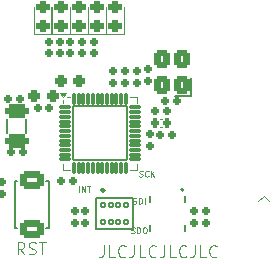
<source format=gbr>
%TF.GenerationSoftware,KiCad,Pcbnew,9.0.3-9.0.3-0~ubuntu24.04.1*%
%TF.CreationDate,2025-07-11T01:45:30-04:00*%
%TF.ProjectId,tire_sensor,74697265-5f73-4656-9e73-6f722e6b6963,rev?*%
%TF.SameCoordinates,Original*%
%TF.FileFunction,Legend,Top*%
%TF.FilePolarity,Positive*%
%FSLAX46Y46*%
G04 Gerber Fmt 4.6, Leading zero omitted, Abs format (unit mm)*
G04 Created by KiCad (PCBNEW 9.0.3-9.0.3-0~ubuntu24.04.1) date 2025-07-11 01:45:30*
%MOMM*%
%LPD*%
G01*
G04 APERTURE LIST*
G04 Aperture macros list*
%AMRoundRect*
0 Rectangle with rounded corners*
0 $1 Rounding radius*
0 $2 $3 $4 $5 $6 $7 $8 $9 X,Y pos of 4 corners*
0 Add a 4 corners polygon primitive as box body*
4,1,4,$2,$3,$4,$5,$6,$7,$8,$9,$2,$3,0*
0 Add four circle primitives for the rounded corners*
1,1,$1+$1,$2,$3*
1,1,$1+$1,$4,$5*
1,1,$1+$1,$6,$7*
1,1,$1+$1,$8,$9*
0 Add four rect primitives between the rounded corners*
20,1,$1+$1,$2,$3,$4,$5,0*
20,1,$1+$1,$4,$5,$6,$7,0*
20,1,$1+$1,$6,$7,$8,$9,0*
20,1,$1+$1,$8,$9,$2,$3,0*%
G04 Aperture macros list end*
%ADD10C,0.100000*%
%ADD11C,0.127000*%
%ADD12C,0.120000*%
%ADD13C,0.150000*%
%ADD14C,0.200000*%
%ADD15C,0.250000*%
%ADD16C,0.010000*%
%ADD17RoundRect,0.287778X-0.714222X0.489222X-0.714222X-0.489222X0.714222X-0.489222X0.714222X0.489222X0*%
%ADD18RoundRect,0.159000X-0.189000X0.159000X-0.189000X-0.159000X0.189000X-0.159000X0.189000X0.159000X0*%
%ADD19RoundRect,0.256850X0.294350X-0.256850X0.294350X0.256850X-0.294350X0.256850X-0.294350X-0.256850X0*%
%ADD20RoundRect,0.159000X0.189000X-0.159000X0.189000X0.159000X-0.189000X0.159000X-0.189000X-0.159000X0*%
%ADD21RoundRect,0.288100X0.688100X0.288100X-0.688100X0.288100X-0.688100X-0.288100X0.688100X-0.288100X0*%
%ADD22RoundRect,0.178100X0.178100X0.208100X-0.178100X0.208100X-0.178100X-0.208100X0.178100X-0.208100X0*%
%ADD23RoundRect,0.076200X-2.300000X-2.300000X2.300000X-2.300000X2.300000X2.300000X-2.300000X2.300000X0*%
%ADD24RoundRect,0.088100X-0.088100X-0.388100X0.088100X-0.388100X0.088100X0.388100X-0.088100X0.388100X0*%
%ADD25RoundRect,0.088100X-0.388100X-0.088100X0.388100X-0.088100X0.388100X0.088100X-0.388100X0.088100X0*%
%ADD26RoundRect,0.244000X0.244000X0.269000X-0.244000X0.269000X-0.244000X-0.269000X0.244000X-0.269000X0*%
%ADD27RoundRect,0.159000X-0.159000X-0.189000X0.159000X-0.189000X0.159000X0.189000X-0.159000X0.189000X0*%
%ADD28RoundRect,0.159000X0.159000X0.189000X-0.159000X0.189000X-0.159000X-0.189000X0.159000X-0.189000X0*%
%ADD29RoundRect,0.269000X0.494000X-0.269000X0.494000X0.269000X-0.494000X0.269000X-0.494000X-0.269000X0*%
%ADD30RoundRect,0.101600X-0.175000X-0.175000X0.175000X-0.175000X0.175000X0.175000X-0.175000X0.175000X0*%
%ADD31C,1.143000*%
%ADD32C,0.939800*%
%ADD33RoundRect,0.281750X0.394450X-0.494450X0.394450X0.494450X-0.394450X0.494450X-0.394450X-0.494450X0*%
G04 APERTURE END LIST*
D10*
X74125312Y50377581D02*
X73791979Y50853772D01*
X73553884Y50377581D02*
X73553884Y51377581D01*
X73553884Y51377581D02*
X73934836Y51377581D01*
X73934836Y51377581D02*
X74030074Y51329962D01*
X74030074Y51329962D02*
X74077693Y51282343D01*
X74077693Y51282343D02*
X74125312Y51187105D01*
X74125312Y51187105D02*
X74125312Y51044248D01*
X74125312Y51044248D02*
X74077693Y50949010D01*
X74077693Y50949010D02*
X74030074Y50901391D01*
X74030074Y50901391D02*
X73934836Y50853772D01*
X73934836Y50853772D02*
X73553884Y50853772D01*
X74506265Y50425200D02*
X74649122Y50377581D01*
X74649122Y50377581D02*
X74887217Y50377581D01*
X74887217Y50377581D02*
X74982455Y50425200D01*
X74982455Y50425200D02*
X75030074Y50472820D01*
X75030074Y50472820D02*
X75077693Y50568058D01*
X75077693Y50568058D02*
X75077693Y50663296D01*
X75077693Y50663296D02*
X75030074Y50758534D01*
X75030074Y50758534D02*
X74982455Y50806153D01*
X74982455Y50806153D02*
X74887217Y50853772D01*
X74887217Y50853772D02*
X74696741Y50901391D01*
X74696741Y50901391D02*
X74601503Y50949010D01*
X74601503Y50949010D02*
X74553884Y50996629D01*
X74553884Y50996629D02*
X74506265Y51091867D01*
X74506265Y51091867D02*
X74506265Y51187105D01*
X74506265Y51187105D02*
X74553884Y51282343D01*
X74553884Y51282343D02*
X74601503Y51329962D01*
X74601503Y51329962D02*
X74696741Y51377581D01*
X74696741Y51377581D02*
X74934836Y51377581D01*
X74934836Y51377581D02*
X75077693Y51329962D01*
X75363408Y51377581D02*
X75934836Y51377581D01*
X75649122Y50377581D02*
X75649122Y51377581D01*
X83175238Y52170200D02*
X83246666Y52146391D01*
X83246666Y52146391D02*
X83365714Y52146391D01*
X83365714Y52146391D02*
X83413333Y52170200D01*
X83413333Y52170200D02*
X83437142Y52194010D01*
X83437142Y52194010D02*
X83460952Y52241629D01*
X83460952Y52241629D02*
X83460952Y52289248D01*
X83460952Y52289248D02*
X83437142Y52336867D01*
X83437142Y52336867D02*
X83413333Y52360677D01*
X83413333Y52360677D02*
X83365714Y52384486D01*
X83365714Y52384486D02*
X83270476Y52408296D01*
X83270476Y52408296D02*
X83222857Y52432105D01*
X83222857Y52432105D02*
X83199047Y52455915D01*
X83199047Y52455915D02*
X83175238Y52503534D01*
X83175238Y52503534D02*
X83175238Y52551153D01*
X83175238Y52551153D02*
X83199047Y52598772D01*
X83199047Y52598772D02*
X83222857Y52622581D01*
X83222857Y52622581D02*
X83270476Y52646391D01*
X83270476Y52646391D02*
X83389523Y52646391D01*
X83389523Y52646391D02*
X83460952Y52622581D01*
X83675237Y52146391D02*
X83675237Y52646391D01*
X83675237Y52646391D02*
X83794285Y52646391D01*
X83794285Y52646391D02*
X83865713Y52622581D01*
X83865713Y52622581D02*
X83913332Y52574962D01*
X83913332Y52574962D02*
X83937142Y52527343D01*
X83937142Y52527343D02*
X83960951Y52432105D01*
X83960951Y52432105D02*
X83960951Y52360677D01*
X83960951Y52360677D02*
X83937142Y52265439D01*
X83937142Y52265439D02*
X83913332Y52217820D01*
X83913332Y52217820D02*
X83865713Y52170200D01*
X83865713Y52170200D02*
X83794285Y52146391D01*
X83794285Y52146391D02*
X83675237Y52146391D01*
X84270475Y52646391D02*
X84365713Y52646391D01*
X84365713Y52646391D02*
X84413332Y52622581D01*
X84413332Y52622581D02*
X84460951Y52574962D01*
X84460951Y52574962D02*
X84484761Y52479724D01*
X84484761Y52479724D02*
X84484761Y52313058D01*
X84484761Y52313058D02*
X84460951Y52217820D01*
X84460951Y52217820D02*
X84413332Y52170200D01*
X84413332Y52170200D02*
X84365713Y52146391D01*
X84365713Y52146391D02*
X84270475Y52146391D01*
X84270475Y52146391D02*
X84222856Y52170200D01*
X84222856Y52170200D02*
X84175237Y52217820D01*
X84175237Y52217820D02*
X84151428Y52313058D01*
X84151428Y52313058D02*
X84151428Y52479724D01*
X84151428Y52479724D02*
X84175237Y52574962D01*
X84175237Y52574962D02*
X84222856Y52622581D01*
X84222856Y52622581D02*
X84270475Y52646391D01*
X78747619Y55646391D02*
X78747619Y56146391D01*
X78985714Y55646391D02*
X78985714Y56146391D01*
X78985714Y56146391D02*
X79271428Y55646391D01*
X79271428Y55646391D02*
X79271428Y56146391D01*
X79438096Y56146391D02*
X79723810Y56146391D01*
X79580953Y55646391D02*
X79580953Y56146391D01*
X83857143Y56970200D02*
X83928571Y56946391D01*
X83928571Y56946391D02*
X84047619Y56946391D01*
X84047619Y56946391D02*
X84095238Y56970200D01*
X84095238Y56970200D02*
X84119047Y56994010D01*
X84119047Y56994010D02*
X84142857Y57041629D01*
X84142857Y57041629D02*
X84142857Y57089248D01*
X84142857Y57089248D02*
X84119047Y57136867D01*
X84119047Y57136867D02*
X84095238Y57160677D01*
X84095238Y57160677D02*
X84047619Y57184486D01*
X84047619Y57184486D02*
X83952381Y57208296D01*
X83952381Y57208296D02*
X83904762Y57232105D01*
X83904762Y57232105D02*
X83880952Y57255915D01*
X83880952Y57255915D02*
X83857143Y57303534D01*
X83857143Y57303534D02*
X83857143Y57351153D01*
X83857143Y57351153D02*
X83880952Y57398772D01*
X83880952Y57398772D02*
X83904762Y57422581D01*
X83904762Y57422581D02*
X83952381Y57446391D01*
X83952381Y57446391D02*
X84071428Y57446391D01*
X84071428Y57446391D02*
X84142857Y57422581D01*
X84642856Y56994010D02*
X84619047Y56970200D01*
X84619047Y56970200D02*
X84547618Y56946391D01*
X84547618Y56946391D02*
X84499999Y56946391D01*
X84499999Y56946391D02*
X84428571Y56970200D01*
X84428571Y56970200D02*
X84380952Y57017820D01*
X84380952Y57017820D02*
X84357142Y57065439D01*
X84357142Y57065439D02*
X84333333Y57160677D01*
X84333333Y57160677D02*
X84333333Y57232105D01*
X84333333Y57232105D02*
X84357142Y57327343D01*
X84357142Y57327343D02*
X84380952Y57374962D01*
X84380952Y57374962D02*
X84428571Y57422581D01*
X84428571Y57422581D02*
X84499999Y57446391D01*
X84499999Y57446391D02*
X84547618Y57446391D01*
X84547618Y57446391D02*
X84619047Y57422581D01*
X84619047Y57422581D02*
X84642856Y57398772D01*
X84857142Y56946391D02*
X84857142Y57446391D01*
X85142856Y56946391D02*
X84928571Y57232105D01*
X85142856Y57446391D02*
X84857142Y57160677D01*
X83318096Y54670200D02*
X83389524Y54646391D01*
X83389524Y54646391D02*
X83508572Y54646391D01*
X83508572Y54646391D02*
X83556191Y54670200D01*
X83556191Y54670200D02*
X83580000Y54694010D01*
X83580000Y54694010D02*
X83603810Y54741629D01*
X83603810Y54741629D02*
X83603810Y54789248D01*
X83603810Y54789248D02*
X83580000Y54836867D01*
X83580000Y54836867D02*
X83556191Y54860677D01*
X83556191Y54860677D02*
X83508572Y54884486D01*
X83508572Y54884486D02*
X83413334Y54908296D01*
X83413334Y54908296D02*
X83365715Y54932105D01*
X83365715Y54932105D02*
X83341905Y54955915D01*
X83341905Y54955915D02*
X83318096Y55003534D01*
X83318096Y55003534D02*
X83318096Y55051153D01*
X83318096Y55051153D02*
X83341905Y55098772D01*
X83341905Y55098772D02*
X83365715Y55122581D01*
X83365715Y55122581D02*
X83413334Y55146391D01*
X83413334Y55146391D02*
X83532381Y55146391D01*
X83532381Y55146391D02*
X83603810Y55122581D01*
X83818095Y54646391D02*
X83818095Y55146391D01*
X83818095Y55146391D02*
X83937143Y55146391D01*
X83937143Y55146391D02*
X84008571Y55122581D01*
X84008571Y55122581D02*
X84056190Y55074962D01*
X84056190Y55074962D02*
X84080000Y55027343D01*
X84080000Y55027343D02*
X84103809Y54932105D01*
X84103809Y54932105D02*
X84103809Y54860677D01*
X84103809Y54860677D02*
X84080000Y54765439D01*
X84080000Y54765439D02*
X84056190Y54717820D01*
X84056190Y54717820D02*
X84008571Y54670200D01*
X84008571Y54670200D02*
X83937143Y54646391D01*
X83937143Y54646391D02*
X83818095Y54646391D01*
X84318095Y54646391D02*
X84318095Y55146391D01*
X80839598Y51127581D02*
X80839598Y50413296D01*
X80839598Y50413296D02*
X80791979Y50270439D01*
X80791979Y50270439D02*
X80696741Y50175200D01*
X80696741Y50175200D02*
X80553884Y50127581D01*
X80553884Y50127581D02*
X80458646Y50127581D01*
X81791979Y50127581D02*
X81315789Y50127581D01*
X81315789Y50127581D02*
X81315789Y51127581D01*
X82696741Y50222820D02*
X82649122Y50175200D01*
X82649122Y50175200D02*
X82506265Y50127581D01*
X82506265Y50127581D02*
X82411027Y50127581D01*
X82411027Y50127581D02*
X82268170Y50175200D01*
X82268170Y50175200D02*
X82172932Y50270439D01*
X82172932Y50270439D02*
X82125313Y50365677D01*
X82125313Y50365677D02*
X82077694Y50556153D01*
X82077694Y50556153D02*
X82077694Y50699010D01*
X82077694Y50699010D02*
X82125313Y50889486D01*
X82125313Y50889486D02*
X82172932Y50984724D01*
X82172932Y50984724D02*
X82268170Y51079962D01*
X82268170Y51079962D02*
X82411027Y51127581D01*
X82411027Y51127581D02*
X82506265Y51127581D01*
X82506265Y51127581D02*
X82649122Y51079962D01*
X82649122Y51079962D02*
X82696741Y51032343D01*
X83411027Y51127581D02*
X83411027Y50413296D01*
X83411027Y50413296D02*
X83363408Y50270439D01*
X83363408Y50270439D02*
X83268170Y50175200D01*
X83268170Y50175200D02*
X83125313Y50127581D01*
X83125313Y50127581D02*
X83030075Y50127581D01*
X84363408Y50127581D02*
X83887218Y50127581D01*
X83887218Y50127581D02*
X83887218Y51127581D01*
X85268170Y50222820D02*
X85220551Y50175200D01*
X85220551Y50175200D02*
X85077694Y50127581D01*
X85077694Y50127581D02*
X84982456Y50127581D01*
X84982456Y50127581D02*
X84839599Y50175200D01*
X84839599Y50175200D02*
X84744361Y50270439D01*
X84744361Y50270439D02*
X84696742Y50365677D01*
X84696742Y50365677D02*
X84649123Y50556153D01*
X84649123Y50556153D02*
X84649123Y50699010D01*
X84649123Y50699010D02*
X84696742Y50889486D01*
X84696742Y50889486D02*
X84744361Y50984724D01*
X84744361Y50984724D02*
X84839599Y51079962D01*
X84839599Y51079962D02*
X84982456Y51127581D01*
X84982456Y51127581D02*
X85077694Y51127581D01*
X85077694Y51127581D02*
X85220551Y51079962D01*
X85220551Y51079962D02*
X85268170Y51032343D01*
X85982456Y51127581D02*
X85982456Y50413296D01*
X85982456Y50413296D02*
X85934837Y50270439D01*
X85934837Y50270439D02*
X85839599Y50175200D01*
X85839599Y50175200D02*
X85696742Y50127581D01*
X85696742Y50127581D02*
X85601504Y50127581D01*
X86934837Y50127581D02*
X86458647Y50127581D01*
X86458647Y50127581D02*
X86458647Y51127581D01*
X87839599Y50222820D02*
X87791980Y50175200D01*
X87791980Y50175200D02*
X87649123Y50127581D01*
X87649123Y50127581D02*
X87553885Y50127581D01*
X87553885Y50127581D02*
X87411028Y50175200D01*
X87411028Y50175200D02*
X87315790Y50270439D01*
X87315790Y50270439D02*
X87268171Y50365677D01*
X87268171Y50365677D02*
X87220552Y50556153D01*
X87220552Y50556153D02*
X87220552Y50699010D01*
X87220552Y50699010D02*
X87268171Y50889486D01*
X87268171Y50889486D02*
X87315790Y50984724D01*
X87315790Y50984724D02*
X87411028Y51079962D01*
X87411028Y51079962D02*
X87553885Y51127581D01*
X87553885Y51127581D02*
X87649123Y51127581D01*
X87649123Y51127581D02*
X87791980Y51079962D01*
X87791980Y51079962D02*
X87839599Y51032343D01*
X88553885Y51127581D02*
X88553885Y50413296D01*
X88553885Y50413296D02*
X88506266Y50270439D01*
X88506266Y50270439D02*
X88411028Y50175200D01*
X88411028Y50175200D02*
X88268171Y50127581D01*
X88268171Y50127581D02*
X88172933Y50127581D01*
X89506266Y50127581D02*
X89030076Y50127581D01*
X89030076Y50127581D02*
X89030076Y51127581D01*
X90411028Y50222820D02*
X90363409Y50175200D01*
X90363409Y50175200D02*
X90220552Y50127581D01*
X90220552Y50127581D02*
X90125314Y50127581D01*
X90125314Y50127581D02*
X89982457Y50175200D01*
X89982457Y50175200D02*
X89887219Y50270439D01*
X89887219Y50270439D02*
X89839600Y50365677D01*
X89839600Y50365677D02*
X89791981Y50556153D01*
X89791981Y50556153D02*
X89791981Y50699010D01*
X89791981Y50699010D02*
X89839600Y50889486D01*
X89839600Y50889486D02*
X89887219Y50984724D01*
X89887219Y50984724D02*
X89982457Y51079962D01*
X89982457Y51079962D02*
X90125314Y51127581D01*
X90125314Y51127581D02*
X90220552Y51127581D01*
X90220552Y51127581D02*
X90363409Y51079962D01*
X90363409Y51079962D02*
X90411028Y51032343D01*
D11*
%TO.C,S1*%
X76200000Y56575000D02*
X76200000Y52575000D01*
X75970000Y56575000D02*
X76200000Y56575000D01*
X73300000Y56575000D02*
X73530000Y56575000D01*
X76200000Y52575000D02*
X75970000Y52575000D01*
X73300000Y52575000D02*
X73300000Y56575000D01*
X73300000Y52575000D02*
X73530000Y52575000D01*
D12*
%TO.C,D5*%
X74950000Y71300000D02*
X74950000Y69015000D01*
X76420000Y69015000D02*
X76420000Y71300000D01*
X74950000Y69015000D02*
X76420000Y69015000D01*
%TO.C,D4*%
X76482500Y71300000D02*
X76482500Y69015000D01*
X77952500Y69015000D02*
X77952500Y71300000D01*
X76482500Y69015000D02*
X77952500Y69015000D01*
%TO.C,D3*%
X78015000Y69015000D02*
X79485000Y69015000D01*
X79485000Y69015000D02*
X79485000Y71300000D01*
X78015000Y71300000D02*
X78015000Y69015000D01*
%TO.C,D2*%
X79547500Y69015000D02*
X81017500Y69015000D01*
X81017500Y69015000D02*
X81017500Y71300000D01*
X79547500Y71300000D02*
X79547500Y69015000D01*
%TO.C,D1*%
X81080000Y69015000D02*
X82550000Y69015000D01*
X82550000Y69015000D02*
X82550000Y71300000D01*
X81080000Y71300000D02*
X81080000Y69015000D01*
D13*
%TO.C,X2*%
X74300000Y61850000D02*
X74300000Y60650000D01*
X72700000Y60650000D02*
X72700000Y61850000D01*
D12*
%TO.C,C6*%
X85807836Y61140000D02*
X85592164Y61140000D01*
X85807836Y61860000D02*
X85592164Y61860000D01*
%TO.C,U1*%
X77420000Y63710000D02*
X77180000Y64040000D01*
X77660000Y64040000D01*
X77420000Y63710000D01*
G36*
X77420000Y63710000D02*
G01*
X77180000Y64040000D01*
X77660000Y64040000D01*
X77420000Y63710000D01*
G37*
X83640000Y57490000D02*
X83640000Y58040000D01*
X83640000Y63710000D02*
X83640000Y63160000D01*
X83090000Y57490000D02*
X83640000Y57490000D01*
X83090000Y63710000D02*
X83640000Y63710000D01*
X77970000Y57490000D02*
X77420000Y57490000D01*
X77970000Y63710000D02*
X77720000Y63710000D01*
X77420000Y57490000D02*
X77420000Y58040000D01*
X77420000Y63160000D02*
X77420000Y63470000D01*
D14*
%TO.C,U3*%
X87605000Y55825000D02*
G75*
G02*
X87405000Y55825000I-100000J0D01*
G01*
X87405000Y55825000D02*
G75*
G02*
X87605000Y55825000I100000J0D01*
G01*
D11*
X87730000Y52835000D02*
X87730000Y52325000D01*
X87730000Y54815000D02*
X87730000Y55325000D01*
X84730000Y52835000D02*
X84730000Y52325000D01*
X84730000Y55325000D02*
X84730000Y54815000D01*
D15*
%TO.C,U2*%
X80905000Y55775000D02*
G75*
G02*
X80655000Y55775000I-125000J0D01*
G01*
X80655000Y55775000D02*
G75*
G02*
X80905000Y55775000I125000J0D01*
G01*
D14*
X83355000Y52525000D02*
X83355000Y55125000D01*
X80155000Y52525000D02*
X83355000Y52525000D01*
X80155000Y52525000D02*
X80155000Y55125000D01*
X80155000Y55125000D02*
X83355000Y55125000D01*
D12*
%TO.C,J1*%
X93949013Y54847038D02*
X94398026Y55296051D01*
X94398026Y55296051D02*
X94847039Y54847038D01*
D13*
%TO.C,X1*%
X88200000Y63780000D02*
X88200000Y65280000D01*
X86900000Y63780000D02*
X88200000Y63780000D01*
%TD*%
%LPC*%
D16*
%TO.C,U3*%
X87455000Y52325000D02*
X87005000Y52325000D01*
X87005000Y52875000D01*
X87455000Y52875000D01*
X87455000Y52325000D01*
G36*
X87455000Y52325000D02*
G01*
X87005000Y52325000D01*
X87005000Y52875000D01*
X87455000Y52875000D01*
X87455000Y52325000D01*
G37*
X87455000Y54775000D02*
X87005000Y54775000D01*
X87005000Y55325000D01*
X87455000Y55325000D01*
X87455000Y54775000D01*
G36*
X87455000Y54775000D02*
G01*
X87005000Y54775000D01*
X87005000Y55325000D01*
X87455000Y55325000D01*
X87455000Y54775000D01*
G37*
X87730000Y53100000D02*
X87180000Y53100000D01*
X87180000Y53550000D01*
X87730000Y53550000D01*
X87730000Y53100000D01*
G36*
X87730000Y53100000D02*
G01*
X87180000Y53100000D01*
X87180000Y53550000D01*
X87730000Y53550000D01*
X87730000Y53100000D01*
G37*
X87730000Y53600000D02*
X87180000Y53600000D01*
X87180000Y54050000D01*
X87730000Y54050000D01*
X87730000Y53600000D01*
G36*
X87730000Y53600000D02*
G01*
X87180000Y53600000D01*
X87180000Y54050000D01*
X87730000Y54050000D01*
X87730000Y53600000D01*
G37*
X87730000Y54100000D02*
X87180000Y54100000D01*
X87180000Y54550000D01*
X87730000Y54550000D01*
X87730000Y54100000D01*
G36*
X87730000Y54100000D02*
G01*
X87180000Y54100000D01*
X87180000Y54550000D01*
X87730000Y54550000D01*
X87730000Y54100000D01*
G37*
X86955000Y52325000D02*
X86505000Y52325000D01*
X86505000Y52875000D01*
X86955000Y52875000D01*
X86955000Y52325000D01*
G36*
X86955000Y52325000D02*
G01*
X86505000Y52325000D01*
X86505000Y52875000D01*
X86955000Y52875000D01*
X86955000Y52325000D01*
G37*
X86955000Y54775000D02*
X86505000Y54775000D01*
X86505000Y55325000D01*
X86955000Y55325000D01*
X86955000Y54775000D01*
G36*
X86955000Y54775000D02*
G01*
X86505000Y54775000D01*
X86505000Y55325000D01*
X86955000Y55325000D01*
X86955000Y54775000D01*
G37*
X86455000Y52325000D02*
X86005000Y52325000D01*
X86005000Y52875000D01*
X86455000Y52875000D01*
X86455000Y52325000D01*
G36*
X86455000Y52325000D02*
G01*
X86005000Y52325000D01*
X86005000Y52875000D01*
X86455000Y52875000D01*
X86455000Y52325000D01*
G37*
X86455000Y54775000D02*
X86005000Y54775000D01*
X86005000Y55325000D01*
X86455000Y55325000D01*
X86455000Y54775000D01*
G36*
X86455000Y54775000D02*
G01*
X86005000Y54775000D01*
X86005000Y55325000D01*
X86455000Y55325000D01*
X86455000Y54775000D01*
G37*
X85955000Y52325000D02*
X85505000Y52325000D01*
X85505000Y52875000D01*
X85955000Y52875000D01*
X85955000Y52325000D01*
G36*
X85955000Y52325000D02*
G01*
X85505000Y52325000D01*
X85505000Y52875000D01*
X85955000Y52875000D01*
X85955000Y52325000D01*
G37*
X85955000Y54775000D02*
X85505000Y54775000D01*
X85505000Y55325000D01*
X85955000Y55325000D01*
X85955000Y54775000D01*
G36*
X85955000Y54775000D02*
G01*
X85505000Y54775000D01*
X85505000Y55325000D01*
X85955000Y55325000D01*
X85955000Y54775000D01*
G37*
X85455000Y52325000D02*
X85005000Y52325000D01*
X85005000Y52875000D01*
X85455000Y52875000D01*
X85455000Y52325000D01*
G36*
X85455000Y52325000D02*
G01*
X85005000Y52325000D01*
X85005000Y52875000D01*
X85455000Y52875000D01*
X85455000Y52325000D01*
G37*
X85455000Y54775000D02*
X85005000Y54775000D01*
X85005000Y55325000D01*
X85455000Y55325000D01*
X85455000Y54775000D01*
G36*
X85455000Y54775000D02*
G01*
X85005000Y54775000D01*
X85005000Y55325000D01*
X85455000Y55325000D01*
X85455000Y54775000D01*
G37*
X85280000Y53100000D02*
X84730000Y53100000D01*
X84730000Y53550000D01*
X85280000Y53550000D01*
X85280000Y53100000D01*
G36*
X85280000Y53100000D02*
G01*
X84730000Y53100000D01*
X84730000Y53550000D01*
X85280000Y53550000D01*
X85280000Y53100000D01*
G37*
X85280000Y53600000D02*
X84730000Y53600000D01*
X84730000Y54050000D01*
X85280000Y54050000D01*
X85280000Y53600000D01*
G36*
X85280000Y53600000D02*
G01*
X84730000Y53600000D01*
X84730000Y54050000D01*
X85280000Y54050000D01*
X85280000Y53600000D01*
G37*
X85280000Y54100000D02*
X84730000Y54100000D01*
X84730000Y54550000D01*
X85280000Y54550000D01*
X85280000Y54100000D01*
G36*
X85280000Y54100000D02*
G01*
X84730000Y54100000D01*
X84730000Y54550000D01*
X85280000Y54550000D01*
X85280000Y54100000D01*
G37*
%TD*%
D17*
%TO.C,S1*%
X74750000Y56650000D03*
X74750000Y52500000D03*
%TD*%
D18*
%TO.C,R6*%
X72250000Y56500000D03*
X72250000Y55500000D03*
%TD*%
%TO.C,R5*%
X76250000Y67370000D03*
X76250000Y68370000D03*
%TD*%
D19*
%TO.C,D5*%
X75685000Y71287500D03*
X75685000Y69712500D03*
%TD*%
%TO.C,D4*%
X77217500Y71287500D03*
X77217500Y69712500D03*
%TD*%
D18*
%TO.C,R4*%
X77127500Y67370000D03*
X77127500Y68370000D03*
%TD*%
%TO.C,R3*%
X78000000Y68370000D03*
X78000000Y67370000D03*
%TD*%
%TO.C,R2*%
X79000000Y68370000D03*
X79000000Y67370000D03*
%TD*%
%TO.C,R1*%
X80000000Y68370000D03*
X80000000Y67370000D03*
%TD*%
D19*
%TO.C,D3*%
X78750000Y69712500D03*
X78750000Y71287500D03*
%TD*%
%TO.C,D2*%
X80282500Y69712500D03*
X80282500Y71287500D03*
%TD*%
%TO.C,D1*%
X81815000Y69712500D03*
X81815000Y71287500D03*
%TD*%
D20*
%TO.C,C14*%
X81630000Y65900000D03*
X81630000Y64900000D03*
%TD*%
D21*
%TO.C,X2*%
X73500000Y62500000D03*
X73500000Y60000000D03*
%TD*%
D20*
%TO.C,C17*%
X89500000Y54000000D03*
X89500000Y53000000D03*
%TD*%
D22*
%TO.C,C6*%
X85220000Y61500000D03*
X86180000Y61500000D03*
%TD*%
D20*
%TO.C,C8*%
X83630000Y65900000D03*
X83630000Y64900000D03*
%TD*%
D23*
%TO.C,U1*%
X80530000Y60600000D03*
D24*
X78330000Y63550000D03*
X78730000Y63550000D03*
X79130000Y63550000D03*
X79530000Y63550000D03*
X79930000Y63550000D03*
X80330000Y63550000D03*
X80730000Y63550000D03*
X81130000Y63550000D03*
X81530000Y63550000D03*
X81930000Y63550000D03*
X82330000Y63550000D03*
X82730000Y63550000D03*
D25*
X83480000Y62800000D03*
X83480000Y62400000D03*
X83480000Y62000000D03*
X83480000Y61600000D03*
X83480000Y61200000D03*
X83480000Y60800000D03*
X83480000Y60400000D03*
X83480000Y60000000D03*
X83480000Y59600000D03*
X83480000Y59200000D03*
X83480000Y58800000D03*
X83480000Y58400000D03*
D24*
X82730000Y57650000D03*
X82330000Y57650000D03*
X81930000Y57650000D03*
X81530000Y57650000D03*
X81130000Y57650000D03*
X80730000Y57650000D03*
X80330000Y57650000D03*
X79930000Y57650000D03*
X79530000Y57650000D03*
X79130000Y57650000D03*
X78730000Y57650000D03*
X78330000Y57650000D03*
D25*
X77580000Y58400000D03*
X77580000Y58800000D03*
X77580000Y59200000D03*
X77580000Y59600000D03*
X77580000Y60000000D03*
X77580000Y60400000D03*
X77580000Y60800000D03*
X77580000Y61200000D03*
X77580000Y61600000D03*
X77580000Y62000000D03*
X77580000Y62400000D03*
X77580000Y62800000D03*
%TD*%
D26*
%TO.C,C10*%
X77220000Y65050000D03*
X78780000Y65050000D03*
%TD*%
D18*
%TO.C,C3*%
X84730000Y59550000D03*
X84730000Y60550000D03*
%TD*%
D20*
%TO.C,C19*%
X78400000Y54050000D03*
X78400000Y53050000D03*
%TD*%
%TO.C,C2*%
X84600000Y66080000D03*
X84600000Y65080000D03*
%TD*%
D27*
%TO.C,C1*%
X87030000Y63380000D03*
X86030000Y63380000D03*
%TD*%
D20*
%TO.C,C13*%
X82630000Y65900000D03*
X82630000Y64900000D03*
%TD*%
%TO.C,C18*%
X79230000Y54050000D03*
X79230000Y53050000D03*
%TD*%
D28*
%TO.C,C5*%
X77230000Y56550000D03*
X78230000Y56550000D03*
%TD*%
D27*
%TO.C,C7*%
X86200000Y62500000D03*
X85200000Y62500000D03*
%TD*%
D29*
%TO.C,C15*%
X70250000Y62700000D03*
X70250000Y60800000D03*
%TD*%
D27*
%TO.C,L1*%
X86630000Y60500000D03*
X85630000Y60500000D03*
%TD*%
%TO.C,C12*%
X74000000Y59000000D03*
X73000000Y59000000D03*
%TD*%
%TO.C,C11*%
X73750000Y63500000D03*
X72750000Y63500000D03*
%TD*%
D26*
%TO.C,C9*%
X74970000Y63750000D03*
X76530000Y63750000D03*
%TD*%
D30*
%TO.C,U2*%
X80780000Y53100000D03*
X81430000Y53100000D03*
X82080000Y53100000D03*
X82730000Y53100000D03*
X82730000Y54550000D03*
X82080000Y54550000D03*
X81430000Y54550000D03*
X80780000Y54550000D03*
%TD*%
D28*
%TO.C,C4*%
X75250000Y62750000D03*
X76250000Y62750000D03*
%TD*%
D20*
%TO.C,C16*%
X88500000Y54000000D03*
X88500000Y53000000D03*
%TD*%
D31*
%TO.C,J1*%
X95745064Y54847038D03*
X92871382Y50536515D03*
X91434541Y51973356D03*
D32*
X94398026Y54398025D03*
X95296051Y53500000D03*
X93500000Y53500000D03*
X94398026Y52601974D03*
X92601975Y52601974D03*
X93500000Y51703949D03*
%TD*%
D33*
%TO.C,X1*%
X85750000Y64680000D03*
X85750000Y66880000D03*
X87450000Y66880000D03*
X87450000Y64680000D03*
%TD*%
%LPD*%
M02*

</source>
